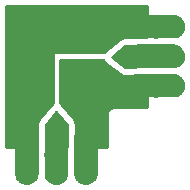
<source format=gbr>
G04 #@! TF.GenerationSoftware,KiCad,Pcbnew,(2017-05-31 revision c0bb8a30c)-makepkg*
G04 #@! TF.CreationDate,2017-07-13T16:13:42-05:00*
G04 #@! TF.ProjectId,45 Neo,3435204E656F2E6B696361645F706362,rev?*
G04 #@! TF.FileFunction,Copper,L2,Bot,Signal*
G04 #@! TF.FilePolarity,Positive*
%FSLAX46Y46*%
G04 Gerber Fmt 4.6, Leading zero omitted, Abs format (unit mm)*
G04 Created by KiCad (PCBNEW (2017-05-31 revision c0bb8a30c)-makepkg) date 07/13/17 16:13:42*
%MOMM*%
%LPD*%
G01*
G04 APERTURE LIST*
%ADD10C,0.100000*%
%ADD11C,0.600000*%
%ADD12C,2.000000*%
%ADD13C,0.254000*%
G04 APERTURE END LIST*
D10*
D11*
X160000000Y-8500000D03*
X160000000Y-7500000D03*
X160000000Y-1500000D03*
X160000000Y-2500000D03*
X164800000Y-5000000D03*
X155000000Y-14800000D03*
X158500000Y-10000000D03*
X162000000Y-5000000D03*
D10*
G36*
X164998017Y-6504814D02*
X165095090Y-6519214D01*
X165190285Y-6543059D01*
X165282683Y-6576119D01*
X165371397Y-6618078D01*
X165455570Y-6668529D01*
X165534393Y-6726989D01*
X165607107Y-6792892D01*
X165673010Y-6865606D01*
X165731470Y-6944429D01*
X165781921Y-7028602D01*
X165823880Y-7117316D01*
X165856940Y-7209714D01*
X165880785Y-7304909D01*
X165895185Y-7401982D01*
X165900000Y-7499999D01*
X165900000Y-7500001D01*
X165895185Y-7598018D01*
X165880785Y-7695091D01*
X165856940Y-7790286D01*
X165823880Y-7882684D01*
X165781921Y-7971398D01*
X165731470Y-8055571D01*
X165673010Y-8134394D01*
X165607107Y-8207108D01*
X165534393Y-8273011D01*
X165455570Y-8331471D01*
X165371397Y-8381922D01*
X165282683Y-8423881D01*
X165190285Y-8456941D01*
X165095090Y-8480786D01*
X164998017Y-8495186D01*
X164900000Y-8500001D01*
X161900000Y-8500001D01*
X161801983Y-8495186D01*
X161704910Y-8480786D01*
X161609715Y-8456941D01*
X161517317Y-8423881D01*
X161428603Y-8381922D01*
X161344430Y-8331471D01*
X161265607Y-8273011D01*
X161192893Y-8207108D01*
X161126990Y-8134394D01*
X161068530Y-8055571D01*
X161018079Y-7971398D01*
X160976120Y-7882684D01*
X160943060Y-7790286D01*
X160919215Y-7695091D01*
X160904815Y-7598018D01*
X160900000Y-7500001D01*
X160900000Y-7499999D01*
X160904815Y-7401982D01*
X160919215Y-7304909D01*
X160943060Y-7209714D01*
X160976120Y-7117316D01*
X161018079Y-7028602D01*
X161068530Y-6944429D01*
X161126990Y-6865606D01*
X161192893Y-6792892D01*
X161265607Y-6726989D01*
X161344430Y-6668529D01*
X161428603Y-6618078D01*
X161517317Y-6576119D01*
X161609715Y-6543059D01*
X161704910Y-6519214D01*
X161801983Y-6504814D01*
X161900000Y-6499999D01*
X164900000Y-6499999D01*
X164998017Y-6504814D01*
X164998017Y-6504814D01*
G37*
D12*
X163400000Y-7500000D03*
D10*
G36*
X164998017Y-4004814D02*
X165095090Y-4019214D01*
X165190285Y-4043059D01*
X165282683Y-4076119D01*
X165371397Y-4118078D01*
X165455570Y-4168529D01*
X165534393Y-4226989D01*
X165607107Y-4292892D01*
X165673010Y-4365606D01*
X165731470Y-4444429D01*
X165781921Y-4528602D01*
X165823880Y-4617316D01*
X165856940Y-4709714D01*
X165880785Y-4804909D01*
X165895185Y-4901982D01*
X165900000Y-4999999D01*
X165900000Y-5000001D01*
X165895185Y-5098018D01*
X165880785Y-5195091D01*
X165856940Y-5290286D01*
X165823880Y-5382684D01*
X165781921Y-5471398D01*
X165731470Y-5555571D01*
X165673010Y-5634394D01*
X165607107Y-5707108D01*
X165534393Y-5773011D01*
X165455570Y-5831471D01*
X165371397Y-5881922D01*
X165282683Y-5923881D01*
X165190285Y-5956941D01*
X165095090Y-5980786D01*
X164998017Y-5995186D01*
X164900000Y-6000001D01*
X161900000Y-6000001D01*
X161801983Y-5995186D01*
X161704910Y-5980786D01*
X161609715Y-5956941D01*
X161517317Y-5923881D01*
X161428603Y-5881922D01*
X161344430Y-5831471D01*
X161265607Y-5773011D01*
X161192893Y-5707108D01*
X161126990Y-5634394D01*
X161068530Y-5555571D01*
X161018079Y-5471398D01*
X160976120Y-5382684D01*
X160943060Y-5290286D01*
X160919215Y-5195091D01*
X160904815Y-5098018D01*
X160900000Y-5000001D01*
X160900000Y-4999999D01*
X160904815Y-4901982D01*
X160919215Y-4804909D01*
X160943060Y-4709714D01*
X160976120Y-4617316D01*
X161018079Y-4528602D01*
X161068530Y-4444429D01*
X161126990Y-4365606D01*
X161192893Y-4292892D01*
X161265607Y-4226989D01*
X161344430Y-4168529D01*
X161428603Y-4118078D01*
X161517317Y-4076119D01*
X161609715Y-4043059D01*
X161704910Y-4019214D01*
X161801983Y-4004814D01*
X161900000Y-3999999D01*
X164900000Y-3999999D01*
X164998017Y-4004814D01*
X164998017Y-4004814D01*
G37*
D12*
X163400000Y-5000000D03*
D10*
G36*
X164998017Y-1504814D02*
X165095090Y-1519214D01*
X165190285Y-1543059D01*
X165282683Y-1576119D01*
X165371397Y-1618078D01*
X165455570Y-1668529D01*
X165534393Y-1726989D01*
X165607107Y-1792892D01*
X165673010Y-1865606D01*
X165731470Y-1944429D01*
X165781921Y-2028602D01*
X165823880Y-2117316D01*
X165856940Y-2209714D01*
X165880785Y-2304909D01*
X165895185Y-2401982D01*
X165900000Y-2499999D01*
X165900000Y-2500001D01*
X165895185Y-2598018D01*
X165880785Y-2695091D01*
X165856940Y-2790286D01*
X165823880Y-2882684D01*
X165781921Y-2971398D01*
X165731470Y-3055571D01*
X165673010Y-3134394D01*
X165607107Y-3207108D01*
X165534393Y-3273011D01*
X165455570Y-3331471D01*
X165371397Y-3381922D01*
X165282683Y-3423881D01*
X165190285Y-3456941D01*
X165095090Y-3480786D01*
X164998017Y-3495186D01*
X164900000Y-3500001D01*
X161900000Y-3500001D01*
X161801983Y-3495186D01*
X161704910Y-3480786D01*
X161609715Y-3456941D01*
X161517317Y-3423881D01*
X161428603Y-3381922D01*
X161344430Y-3331471D01*
X161265607Y-3273011D01*
X161192893Y-3207108D01*
X161126990Y-3134394D01*
X161068530Y-3055571D01*
X161018079Y-2971398D01*
X160976120Y-2882684D01*
X160943060Y-2790286D01*
X160919215Y-2695091D01*
X160904815Y-2598018D01*
X160900000Y-2500001D01*
X160900000Y-2499999D01*
X160904815Y-2401982D01*
X160919215Y-2304909D01*
X160943060Y-2209714D01*
X160976120Y-2117316D01*
X161018079Y-2028602D01*
X161068530Y-1944429D01*
X161126990Y-1865606D01*
X161192893Y-1792892D01*
X161265607Y-1726989D01*
X161344430Y-1668529D01*
X161428603Y-1618078D01*
X161517317Y-1576119D01*
X161609715Y-1543059D01*
X161704910Y-1519214D01*
X161801983Y-1504814D01*
X161900000Y-1499999D01*
X164900000Y-1499999D01*
X164998017Y-1504814D01*
X164998017Y-1504814D01*
G37*
D12*
X163400000Y-2500000D03*
D10*
G36*
X157598018Y-10904815D02*
X157695091Y-10919215D01*
X157790286Y-10943060D01*
X157882684Y-10976120D01*
X157971398Y-11018079D01*
X158055571Y-11068530D01*
X158134394Y-11126990D01*
X158207108Y-11192893D01*
X158273011Y-11265607D01*
X158331471Y-11344430D01*
X158381922Y-11428603D01*
X158423881Y-11517317D01*
X158456941Y-11609715D01*
X158480786Y-11704910D01*
X158495186Y-11801983D01*
X158500001Y-11900000D01*
X158500001Y-14900000D01*
X158495186Y-14998017D01*
X158480786Y-15095090D01*
X158456941Y-15190285D01*
X158423881Y-15282683D01*
X158381922Y-15371397D01*
X158331471Y-15455570D01*
X158273011Y-15534393D01*
X158207108Y-15607107D01*
X158134394Y-15673010D01*
X158055571Y-15731470D01*
X157971398Y-15781921D01*
X157882684Y-15823880D01*
X157790286Y-15856940D01*
X157695091Y-15880785D01*
X157598018Y-15895185D01*
X157500001Y-15900000D01*
X157499999Y-15900000D01*
X157401982Y-15895185D01*
X157304909Y-15880785D01*
X157209714Y-15856940D01*
X157117316Y-15823880D01*
X157028602Y-15781921D01*
X156944429Y-15731470D01*
X156865606Y-15673010D01*
X156792892Y-15607107D01*
X156726989Y-15534393D01*
X156668529Y-15455570D01*
X156618078Y-15371397D01*
X156576119Y-15282683D01*
X156543059Y-15190285D01*
X156519214Y-15095090D01*
X156504814Y-14998017D01*
X156499999Y-14900000D01*
X156499999Y-11900000D01*
X156504814Y-11801983D01*
X156519214Y-11704910D01*
X156543059Y-11609715D01*
X156576119Y-11517317D01*
X156618078Y-11428603D01*
X156668529Y-11344430D01*
X156726989Y-11265607D01*
X156792892Y-11192893D01*
X156865606Y-11126990D01*
X156944429Y-11068530D01*
X157028602Y-11018079D01*
X157117316Y-10976120D01*
X157209714Y-10943060D01*
X157304909Y-10919215D01*
X157401982Y-10904815D01*
X157499999Y-10900000D01*
X157500001Y-10900000D01*
X157598018Y-10904815D01*
X157598018Y-10904815D01*
G37*
D12*
X157500000Y-13400000D03*
D10*
G36*
X155098018Y-10904815D02*
X155195091Y-10919215D01*
X155290286Y-10943060D01*
X155382684Y-10976120D01*
X155471398Y-11018079D01*
X155555571Y-11068530D01*
X155634394Y-11126990D01*
X155707108Y-11192893D01*
X155773011Y-11265607D01*
X155831471Y-11344430D01*
X155881922Y-11428603D01*
X155923881Y-11517317D01*
X155956941Y-11609715D01*
X155980786Y-11704910D01*
X155995186Y-11801983D01*
X156000001Y-11900000D01*
X156000001Y-14900000D01*
X155995186Y-14998017D01*
X155980786Y-15095090D01*
X155956941Y-15190285D01*
X155923881Y-15282683D01*
X155881922Y-15371397D01*
X155831471Y-15455570D01*
X155773011Y-15534393D01*
X155707108Y-15607107D01*
X155634394Y-15673010D01*
X155555571Y-15731470D01*
X155471398Y-15781921D01*
X155382684Y-15823880D01*
X155290286Y-15856940D01*
X155195091Y-15880785D01*
X155098018Y-15895185D01*
X155000001Y-15900000D01*
X154999999Y-15900000D01*
X154901982Y-15895185D01*
X154804909Y-15880785D01*
X154709714Y-15856940D01*
X154617316Y-15823880D01*
X154528602Y-15781921D01*
X154444429Y-15731470D01*
X154365606Y-15673010D01*
X154292892Y-15607107D01*
X154226989Y-15534393D01*
X154168529Y-15455570D01*
X154118078Y-15371397D01*
X154076119Y-15282683D01*
X154043059Y-15190285D01*
X154019214Y-15095090D01*
X154004814Y-14998017D01*
X153999999Y-14900000D01*
X153999999Y-11900000D01*
X154004814Y-11801983D01*
X154019214Y-11704910D01*
X154043059Y-11609715D01*
X154076119Y-11517317D01*
X154118078Y-11428603D01*
X154168529Y-11344430D01*
X154226989Y-11265607D01*
X154292892Y-11192893D01*
X154365606Y-11126990D01*
X154444429Y-11068530D01*
X154528602Y-11018079D01*
X154617316Y-10976120D01*
X154709714Y-10943060D01*
X154804909Y-10919215D01*
X154901982Y-10904815D01*
X154999999Y-10900000D01*
X155000001Y-10900000D01*
X155098018Y-10904815D01*
X155098018Y-10904815D01*
G37*
D12*
X155000000Y-13400000D03*
D10*
G36*
X152598018Y-10904815D02*
X152695091Y-10919215D01*
X152790286Y-10943060D01*
X152882684Y-10976120D01*
X152971398Y-11018079D01*
X153055571Y-11068530D01*
X153134394Y-11126990D01*
X153207108Y-11192893D01*
X153273011Y-11265607D01*
X153331471Y-11344430D01*
X153381922Y-11428603D01*
X153423881Y-11517317D01*
X153456941Y-11609715D01*
X153480786Y-11704910D01*
X153495186Y-11801983D01*
X153500001Y-11900000D01*
X153500001Y-14900000D01*
X153495186Y-14998017D01*
X153480786Y-15095090D01*
X153456941Y-15190285D01*
X153423881Y-15282683D01*
X153381922Y-15371397D01*
X153331471Y-15455570D01*
X153273011Y-15534393D01*
X153207108Y-15607107D01*
X153134394Y-15673010D01*
X153055571Y-15731470D01*
X152971398Y-15781921D01*
X152882684Y-15823880D01*
X152790286Y-15856940D01*
X152695091Y-15880785D01*
X152598018Y-15895185D01*
X152500001Y-15900000D01*
X152499999Y-15900000D01*
X152401982Y-15895185D01*
X152304909Y-15880785D01*
X152209714Y-15856940D01*
X152117316Y-15823880D01*
X152028602Y-15781921D01*
X151944429Y-15731470D01*
X151865606Y-15673010D01*
X151792892Y-15607107D01*
X151726989Y-15534393D01*
X151668529Y-15455570D01*
X151618078Y-15371397D01*
X151576119Y-15282683D01*
X151543059Y-15190285D01*
X151519214Y-15095090D01*
X151504814Y-14998017D01*
X151499999Y-14900000D01*
X151499999Y-11900000D01*
X151504814Y-11801983D01*
X151519214Y-11704910D01*
X151543059Y-11609715D01*
X151576119Y-11517317D01*
X151618078Y-11428603D01*
X151668529Y-11344430D01*
X151726989Y-11265607D01*
X151792892Y-11192893D01*
X151865606Y-11126990D01*
X151944429Y-11068530D01*
X152028602Y-11018079D01*
X152117316Y-10976120D01*
X152209714Y-10943060D01*
X152304909Y-10919215D01*
X152401982Y-10904815D01*
X152499999Y-10900000D01*
X152500001Y-10900000D01*
X152598018Y-10904815D01*
X152598018Y-10904815D01*
G37*
D12*
X152500000Y-13400000D03*
D11*
X152500000Y-10000000D03*
X155000000Y-12000000D03*
X151500000Y-10000000D03*
X157500000Y-10000000D03*
D13*
G36*
X162665000Y-3361927D02*
X161900000Y-3361927D01*
X161580428Y-3393402D01*
X161509229Y-3415000D01*
X160746774Y-3415000D01*
X160570042Y-3440089D01*
X160350093Y-3554148D01*
X159100093Y-4554148D01*
X159000922Y-4653319D01*
X158991112Y-4672237D01*
X154800000Y-4672237D01*
X154775224Y-4674677D01*
X154751399Y-4681904D01*
X154729443Y-4693640D01*
X154710197Y-4709434D01*
X154694403Y-4728680D01*
X154682667Y-4750636D01*
X154675440Y-4774461D01*
X154673000Y-4799237D01*
X154673000Y-8961182D01*
X154504148Y-9103319D01*
X153504148Y-10353319D01*
X153413336Y-10506996D01*
X153365000Y-10750000D01*
X153365000Y-11868799D01*
X153361927Y-11900000D01*
X153361927Y-12665000D01*
X150735000Y-12665000D01*
X150735000Y-735000D01*
X162665000Y-735000D01*
X162665000Y-3361927D01*
X162665000Y-3361927D01*
G37*
X162665000Y-3361927D02*
X161900000Y-3361927D01*
X161580428Y-3393402D01*
X161509229Y-3415000D01*
X160746774Y-3415000D01*
X160570042Y-3440089D01*
X160350093Y-3554148D01*
X159100093Y-4554148D01*
X159000922Y-4653319D01*
X158991112Y-4672237D01*
X154800000Y-4672237D01*
X154775224Y-4674677D01*
X154751399Y-4681904D01*
X154729443Y-4693640D01*
X154710197Y-4709434D01*
X154694403Y-4728680D01*
X154682667Y-4750636D01*
X154675440Y-4774461D01*
X154673000Y-4799237D01*
X154673000Y-8961182D01*
X154504148Y-9103319D01*
X153504148Y-10353319D01*
X153413336Y-10506996D01*
X153365000Y-10750000D01*
X153365000Y-11868799D01*
X153361927Y-11900000D01*
X153361927Y-12665000D01*
X150735000Y-12665000D01*
X150735000Y-735000D01*
X162665000Y-735000D01*
X162665000Y-3361927D01*
G36*
X158940534Y-5356304D02*
X159100093Y-5545852D01*
X160350093Y-6545852D01*
X160503770Y-6636664D01*
X160746774Y-6685000D01*
X162665000Y-6685000D01*
X162665000Y-9265000D01*
X160000000Y-9265000D01*
X159931148Y-9271751D01*
X159862275Y-9278019D01*
X159859803Y-9278746D01*
X159857238Y-9278998D01*
X159791025Y-9298989D01*
X159724664Y-9318520D01*
X159722379Y-9319714D01*
X159719913Y-9320459D01*
X159658862Y-9352920D01*
X159597541Y-9384978D01*
X159595532Y-9386594D01*
X159593257Y-9387803D01*
X159539685Y-9431496D01*
X159485747Y-9474863D01*
X159484089Y-9476839D01*
X159482094Y-9478466D01*
X159438000Y-9531766D01*
X159393542Y-9584749D01*
X159392302Y-9587005D01*
X159390657Y-9588993D01*
X159357726Y-9649898D01*
X159324436Y-9710453D01*
X159323657Y-9712908D01*
X159322431Y-9715176D01*
X159301961Y-9781303D01*
X159281062Y-9847185D01*
X159280775Y-9849743D01*
X159280012Y-9852208D01*
X159272775Y-9921065D01*
X159265072Y-9989738D01*
X159265037Y-9994685D01*
X159265018Y-9994869D01*
X159265035Y-9995053D01*
X159265000Y-10000000D01*
X159265000Y-12665000D01*
X156638073Y-12665000D01*
X156638073Y-11900000D01*
X156635000Y-11868799D01*
X156635000Y-10750000D01*
X156609911Y-10573268D01*
X156495852Y-10353319D01*
X155495852Y-9103319D01*
X155396681Y-9004148D01*
X155327000Y-8968014D01*
X155327000Y-5327000D01*
X158931244Y-5327000D01*
X158940534Y-5356304D01*
X158940534Y-5356304D01*
G37*
X158940534Y-5356304D02*
X159100093Y-5545852D01*
X160350093Y-6545852D01*
X160503770Y-6636664D01*
X160746774Y-6685000D01*
X162665000Y-6685000D01*
X162665000Y-9265000D01*
X160000000Y-9265000D01*
X159931148Y-9271751D01*
X159862275Y-9278019D01*
X159859803Y-9278746D01*
X159857238Y-9278998D01*
X159791025Y-9298989D01*
X159724664Y-9318520D01*
X159722379Y-9319714D01*
X159719913Y-9320459D01*
X159658862Y-9352920D01*
X159597541Y-9384978D01*
X159595532Y-9386594D01*
X159593257Y-9387803D01*
X159539685Y-9431496D01*
X159485747Y-9474863D01*
X159484089Y-9476839D01*
X159482094Y-9478466D01*
X159438000Y-9531766D01*
X159393542Y-9584749D01*
X159392302Y-9587005D01*
X159390657Y-9588993D01*
X159357726Y-9649898D01*
X159324436Y-9710453D01*
X159323657Y-9712908D01*
X159322431Y-9715176D01*
X159301961Y-9781303D01*
X159281062Y-9847185D01*
X159280775Y-9849743D01*
X159280012Y-9852208D01*
X159272775Y-9921065D01*
X159265072Y-9989738D01*
X159265037Y-9994685D01*
X159265018Y-9994869D01*
X159265035Y-9995053D01*
X159265000Y-10000000D01*
X159265000Y-12665000D01*
X156638073Y-12665000D01*
X156638073Y-11900000D01*
X156635000Y-11868799D01*
X156635000Y-10750000D01*
X156609911Y-10573268D01*
X156495852Y-10353319D01*
X155495852Y-9103319D01*
X155396681Y-9004148D01*
X155327000Y-8968014D01*
X155327000Y-5327000D01*
X158931244Y-5327000D01*
X158940534Y-5356304D01*
G36*
X155873000Y-10794549D02*
X155873000Y-11787574D01*
X155861927Y-11900000D01*
X155861927Y-12665000D01*
X154138073Y-12665000D01*
X154138073Y-11900000D01*
X154127000Y-11787574D01*
X154127000Y-10794549D01*
X155000000Y-9703299D01*
X155873000Y-10794549D01*
X155873000Y-10794549D01*
G37*
X155873000Y-10794549D02*
X155873000Y-11787574D01*
X155861927Y-11900000D01*
X155861927Y-12665000D01*
X154138073Y-12665000D01*
X154138073Y-11900000D01*
X154127000Y-11787574D01*
X154127000Y-10794549D01*
X155000000Y-9703299D01*
X155873000Y-10794549D01*
G36*
X162665000Y-5861927D02*
X161900000Y-5861927D01*
X161580428Y-5893402D01*
X161482857Y-5923000D01*
X160791322Y-5923000D01*
X159700073Y-5050000D01*
X160791323Y-4177000D01*
X162665000Y-4177000D01*
X162665000Y-5861927D01*
X162665000Y-5861927D01*
G37*
X162665000Y-5861927D02*
X161900000Y-5861927D01*
X161580428Y-5893402D01*
X161482857Y-5923000D01*
X160791322Y-5923000D01*
X159700073Y-5050000D01*
X160791323Y-4177000D01*
X162665000Y-4177000D01*
X162665000Y-5861927D01*
M02*

</source>
